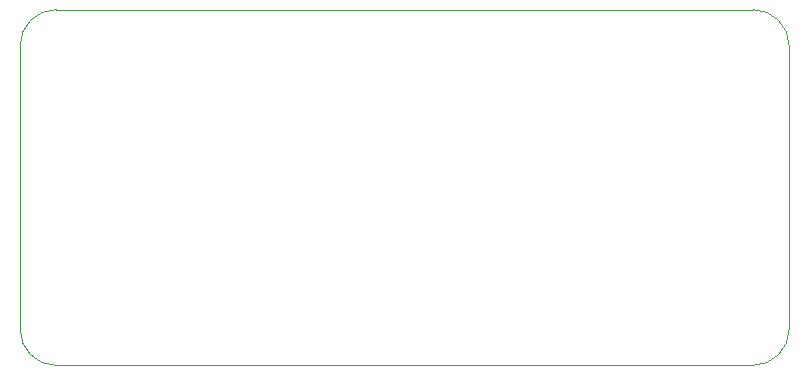
<source format=gbr>
%TF.GenerationSoftware,KiCad,Pcbnew,8.0.6*%
%TF.CreationDate,2024-10-20T18:51:53+08:00*%
%TF.ProjectId,RFM69HCW_v5,52464d36-3948-4435-975f-76352e6b6963,rev?*%
%TF.SameCoordinates,Original*%
%TF.FileFunction,Profile,NP*%
%FSLAX46Y46*%
G04 Gerber Fmt 4.6, Leading zero omitted, Abs format (unit mm)*
G04 Created by KiCad (PCBNEW 8.0.6) date 2024-10-20 18:51:53*
%MOMM*%
%LPD*%
G01*
G04 APERTURE LIST*
%TA.AperFunction,Profile*%
%ADD10C,0.120000*%
%TD*%
G04 APERTURE END LIST*
D10*
%TO.C,REF\u002A\u002A*%
X131350000Y-79450000D02*
X131350000Y-100010000D01*
X131350000Y-100010000D02*
X131350000Y-103450000D01*
X134410000Y-76390000D02*
X193410000Y-76390000D01*
X134410000Y-106510000D02*
X189720000Y-106510000D01*
X189720000Y-106510000D02*
X193410000Y-106510000D01*
X196470000Y-79450000D02*
X196470000Y-103450000D01*
X131350000Y-79450000D02*
G75*
G02*
X134410000Y-76390000I3060000J0D01*
G01*
X134410000Y-106510000D02*
G75*
G02*
X131350000Y-103450000I-1J3059999D01*
G01*
X193410000Y-76390000D02*
G75*
G02*
X196470000Y-79450000I0J-3060000D01*
G01*
X196470000Y-103450000D02*
G75*
G02*
X193410000Y-106510000I-3059999J-1D01*
G01*
%TD*%
M02*

</source>
